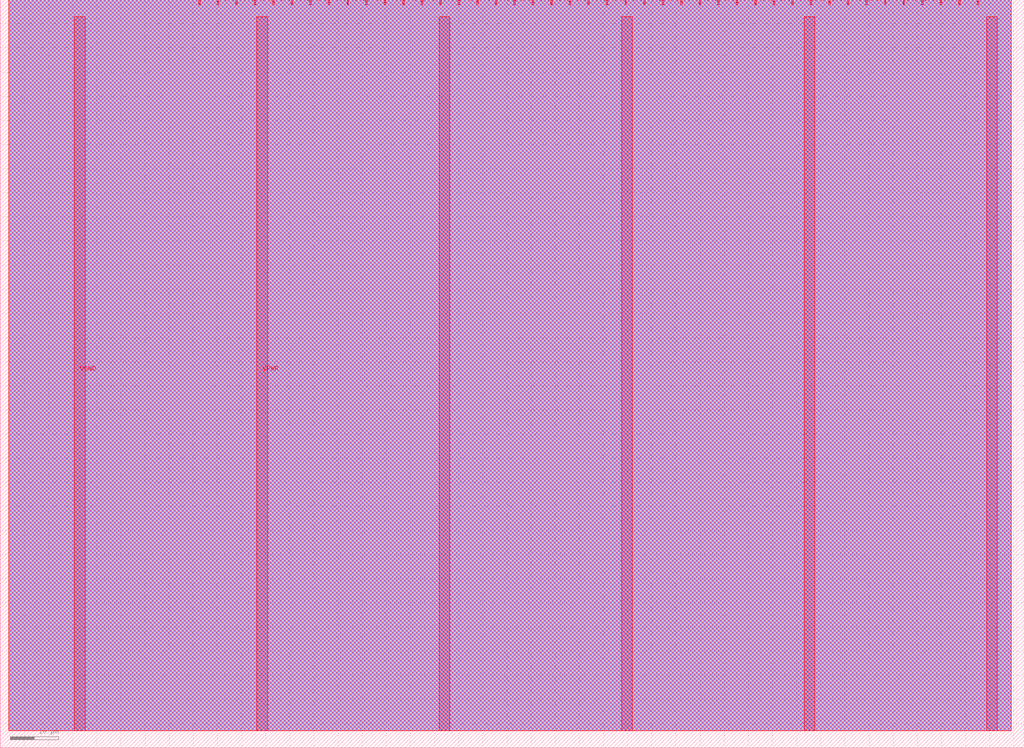
<source format=lef>
VERSION 5.8 ;
BUSBITCHARS "[]" ;
DIVIDERCHAR "/" ;
UNITS
    DATABASE MICRONS 1000 ;
END UNITS

VIA tt_um_top_mole99_via1_2_2200_440_1_5_410_410
  VIARULE via1Array ;
  CUTSIZE 0.19 0.19 ;
  LAYERS Metal1 Via1 Metal2 ;
  CUTSPACING 0.22 0.22 ;
  ENCLOSURE 0.01 0.125 0.05 0.005 ;
  ROWCOL 1 5 ;
END tt_um_top_mole99_via1_2_2200_440_1_5_410_410

VIA tt_um_top_mole99_via2_3_2200_440_1_5_410_410
  VIARULE via2Array ;
  CUTSIZE 0.19 0.19 ;
  LAYERS Metal2 Via2 Metal3 ;
  CUTSPACING 0.22 0.22 ;
  ENCLOSURE 0.05 0.005 0.005 0.05 ;
  ROWCOL 1 5 ;
END tt_um_top_mole99_via2_3_2200_440_1_5_410_410

VIA tt_um_top_mole99_via3_4_2200_440_1_5_410_410
  VIARULE via3Array ;
  CUTSIZE 0.19 0.19 ;
  LAYERS Metal3 Via3 Metal4 ;
  CUTSPACING 0.22 0.22 ;
  ENCLOSURE 0.005 0.05 0.05 0.005 ;
  ROWCOL 1 5 ;
END tt_um_top_mole99_via3_4_2200_440_1_5_410_410

VIA tt_um_top_mole99_via4_5_2200_440_1_5_410_410
  VIARULE via4Array ;
  CUTSIZE 0.19 0.19 ;
  LAYERS Metal4 Via4 Metal5 ;
  CUTSPACING 0.22 0.22 ;
  ENCLOSURE 0.05 0.005 0.185 0.05 ;
  ROWCOL 1 5 ;
END tt_um_top_mole99_via4_5_2200_440_1_5_410_410

MACRO tt_um_top_mole99
  FOREIGN tt_um_top_mole99 0 0 ;
  CLASS BLOCK ;
  SIZE 212.16 BY 154.98 ;
  PIN clk
    DIRECTION INPUT ;
    USE SIGNAL ;
    PORT
      LAYER Metal5 ;
        RECT  198.57 153.98 198.87 154.98 ;
    END
  END clk
  PIN ena
    DIRECTION INPUT ;
    USE SIGNAL ;
    PORT
      LAYER Metal5 ;
        RECT  202.41 153.98 202.71 154.98 ;
    END
  END ena
  PIN rst_n
    DIRECTION INPUT ;
    USE SIGNAL ;
    PORT
      LAYER Metal5 ;
        RECT  194.73 153.98 195.03 154.98 ;
    END
  END rst_n
  PIN ui_in[0]
    DIRECTION INPUT ;
    USE SIGNAL ;
    PORT
      LAYER Metal5 ;
        RECT  190.89 153.98 191.19 154.98 ;
    END
  END ui_in[0]
  PIN ui_in[1]
    DIRECTION INPUT ;
    USE SIGNAL ;
    PORT
      LAYER Metal5 ;
        RECT  187.05 153.98 187.35 154.98 ;
    END
  END ui_in[1]
  PIN ui_in[2]
    DIRECTION INPUT ;
    USE SIGNAL ;
    PORT
      LAYER Metal5 ;
        RECT  183.21 153.98 183.51 154.98 ;
    END
  END ui_in[2]
  PIN ui_in[3]
    DIRECTION INPUT ;
    USE SIGNAL ;
    PORT
      LAYER Metal5 ;
        RECT  179.37 153.98 179.67 154.98 ;
    END
  END ui_in[3]
  PIN ui_in[4]
    DIRECTION INPUT ;
    USE SIGNAL ;
    PORT
      LAYER Metal5 ;
        RECT  175.53 153.98 175.83 154.98 ;
    END
  END ui_in[4]
  PIN ui_in[5]
    DIRECTION INPUT ;
    USE SIGNAL ;
    PORT
      LAYER Metal5 ;
        RECT  171.69 153.98 171.99 154.98 ;
    END
  END ui_in[5]
  PIN ui_in[6]
    DIRECTION INPUT ;
    USE SIGNAL ;
    PORT
      LAYER Metal5 ;
        RECT  167.85 153.98 168.15 154.98 ;
    END
  END ui_in[6]
  PIN ui_in[7]
    DIRECTION INPUT ;
    USE SIGNAL ;
    PORT
      LAYER Metal5 ;
        RECT  164.01 153.98 164.31 154.98 ;
    END
  END ui_in[7]
  PIN uio_in[0]
    DIRECTION INPUT ;
    USE SIGNAL ;
    PORT
      LAYER Metal5 ;
        RECT  160.17 153.98 160.47 154.98 ;
    END
  END uio_in[0]
  PIN uio_in[1]
    DIRECTION INPUT ;
    USE SIGNAL ;
    PORT
      LAYER Metal5 ;
        RECT  156.33 153.98 156.63 154.98 ;
    END
  END uio_in[1]
  PIN uio_in[2]
    DIRECTION INPUT ;
    USE SIGNAL ;
    PORT
      LAYER Metal5 ;
        RECT  152.49 153.98 152.79 154.98 ;
    END
  END uio_in[2]
  PIN uio_in[3]
    DIRECTION INPUT ;
    USE SIGNAL ;
    PORT
      LAYER Metal5 ;
        RECT  148.65 153.98 148.95 154.98 ;
    END
  END uio_in[3]
  PIN uio_in[4]
    DIRECTION INPUT ;
    USE SIGNAL ;
    PORT
      LAYER Metal5 ;
        RECT  144.81 153.98 145.11 154.98 ;
    END
  END uio_in[4]
  PIN uio_in[5]
    DIRECTION INPUT ;
    USE SIGNAL ;
    PORT
      LAYER Metal5 ;
        RECT  140.97 153.98 141.27 154.98 ;
    END
  END uio_in[5]
  PIN uio_in[6]
    DIRECTION INPUT ;
    USE SIGNAL ;
    PORT
      LAYER Metal5 ;
        RECT  137.13 153.98 137.43 154.98 ;
    END
  END uio_in[6]
  PIN uio_in[7]
    DIRECTION INPUT ;
    USE SIGNAL ;
    PORT
      LAYER Metal5 ;
        RECT  133.29 153.98 133.59 154.98 ;
    END
  END uio_in[7]
  PIN uio_oe[0]
    DIRECTION OUTPUT ;
    USE SIGNAL ;
    PORT
      LAYER Metal5 ;
        RECT  68.01 153.98 68.31 154.98 ;
    END
  END uio_oe[0]
  PIN uio_oe[1]
    DIRECTION OUTPUT ;
    USE SIGNAL ;
    PORT
      LAYER Metal5 ;
        RECT  64.17 153.98 64.47 154.98 ;
    END
  END uio_oe[1]
  PIN uio_oe[2]
    DIRECTION OUTPUT ;
    USE SIGNAL ;
    PORT
      LAYER Metal5 ;
        RECT  60.33 153.98 60.63 154.98 ;
    END
  END uio_oe[2]
  PIN uio_oe[3]
    DIRECTION OUTPUT ;
    USE SIGNAL ;
    PORT
      LAYER Metal5 ;
        RECT  56.49 153.98 56.79 154.98 ;
    END
  END uio_oe[3]
  PIN uio_oe[4]
    DIRECTION OUTPUT ;
    USE SIGNAL ;
    PORT
      LAYER Metal5 ;
        RECT  52.65 153.98 52.95 154.98 ;
    END
  END uio_oe[4]
  PIN uio_oe[5]
    DIRECTION OUTPUT ;
    USE SIGNAL ;
    PORT
      LAYER Metal5 ;
        RECT  48.81 153.98 49.11 154.98 ;
    END
  END uio_oe[5]
  PIN uio_oe[6]
    DIRECTION OUTPUT ;
    USE SIGNAL ;
    PORT
      LAYER Metal5 ;
        RECT  44.97 153.98 45.27 154.98 ;
    END
  END uio_oe[6]
  PIN uio_oe[7]
    DIRECTION OUTPUT ;
    USE SIGNAL ;
    PORT
      LAYER Metal5 ;
        RECT  41.13 153.98 41.43 154.98 ;
    END
  END uio_oe[7]
  PIN uio_out[0]
    DIRECTION OUTPUT ;
    USE SIGNAL ;
    PORT
      LAYER Metal5 ;
        RECT  98.73 153.98 99.03 154.98 ;
    END
  END uio_out[0]
  PIN uio_out[1]
    DIRECTION OUTPUT ;
    USE SIGNAL ;
    PORT
      LAYER Metal5 ;
        RECT  94.89 153.98 95.19 154.98 ;
    END
  END uio_out[1]
  PIN uio_out[2]
    DIRECTION OUTPUT ;
    USE SIGNAL ;
    PORT
      LAYER Metal5 ;
        RECT  91.05 153.98 91.35 154.98 ;
    END
  END uio_out[2]
  PIN uio_out[3]
    DIRECTION OUTPUT ;
    USE SIGNAL ;
    PORT
      LAYER Metal5 ;
        RECT  87.21 153.98 87.51 154.98 ;
    END
  END uio_out[3]
  PIN uio_out[4]
    DIRECTION OUTPUT ;
    USE SIGNAL ;
    PORT
      LAYER Metal5 ;
        RECT  83.37 153.98 83.67 154.98 ;
    END
  END uio_out[4]
  PIN uio_out[5]
    DIRECTION OUTPUT ;
    USE SIGNAL ;
    PORT
      LAYER Metal5 ;
        RECT  79.53 153.98 79.83 154.98 ;
    END
  END uio_out[5]
  PIN uio_out[6]
    DIRECTION OUTPUT ;
    USE SIGNAL ;
    PORT
      LAYER Metal5 ;
        RECT  75.69 153.98 75.99 154.98 ;
    END
  END uio_out[6]
  PIN uio_out[7]
    DIRECTION OUTPUT ;
    USE SIGNAL ;
    PORT
      LAYER Metal5 ;
        RECT  71.85 153.98 72.15 154.98 ;
    END
  END uio_out[7]
  PIN uo_out[0]
    DIRECTION OUTPUT ;
    USE SIGNAL ;
    PORT
      LAYER Metal5 ;
        RECT  129.45 153.98 129.75 154.98 ;
    END
  END uo_out[0]
  PIN uo_out[1]
    DIRECTION OUTPUT ;
    USE SIGNAL ;
    PORT
      LAYER Metal5 ;
        RECT  125.61 153.98 125.91 154.98 ;
    END
  END uo_out[1]
  PIN uo_out[2]
    DIRECTION OUTPUT ;
    USE SIGNAL ;
    PORT
      LAYER Metal5 ;
        RECT  121.77 153.98 122.07 154.98 ;
    END
  END uo_out[2]
  PIN uo_out[3]
    DIRECTION OUTPUT ;
    USE SIGNAL ;
    PORT
      LAYER Metal5 ;
        RECT  117.93 153.98 118.23 154.98 ;
    END
  END uo_out[3]
  PIN uo_out[4]
    DIRECTION OUTPUT ;
    USE SIGNAL ;
    PORT
      LAYER Metal5 ;
        RECT  114.09 153.98 114.39 154.98 ;
    END
  END uo_out[4]
  PIN uo_out[5]
    DIRECTION OUTPUT ;
    USE SIGNAL ;
    PORT
      LAYER Metal5 ;
        RECT  110.25 153.98 110.55 154.98 ;
    END
  END uo_out[5]
  PIN uo_out[6]
    DIRECTION OUTPUT ;
    USE SIGNAL ;
    PORT
      LAYER Metal5 ;
        RECT  106.41 153.98 106.71 154.98 ;
    END
  END uo_out[6]
  PIN uo_out[7]
    DIRECTION OUTPUT ;
    USE SIGNAL ;
    PORT
      LAYER Metal5 ;
        RECT  102.57 153.98 102.87 154.98 ;
    END
  END uo_out[7]
  PIN VGND
    DIRECTION INOUT ;
    USE GROUND ;
    PORT
      LAYER Metal5 ;
        RECT  166.58 3.56 168.78 151.42 ;
        RECT  90.98 3.56 93.18 151.42 ;
        RECT  15.38 3.56 17.58 151.42 ;
    END
  END VGND
  PIN VPWR
    DIRECTION INOUT ;
    USE POWER ;
    PORT
      LAYER Metal5 ;
        RECT  204.38 3.56 206.58 151.42 ;
        RECT  128.78 3.56 130.98 151.42 ;
        RECT  53.18 3.56 55.38 151.42 ;
    END
  END VPWR
  OBS
    LAYER Metal1 ;
     RECT  1.775 3.56 209.425 154.98 ;
    LAYER Metal2 ;
     RECT  1.775 3.56 209.425 154.98 ;
    LAYER Metal3 ;
     RECT  1.775 3.56 209.425 154.98 ;
    LAYER Metal4 ;
     RECT  1.775 3.56 209.425 154.98 ;
    LAYER Metal5 ;
     RECT  1.775 3.56 209.425 154.98 ;
  END
END tt_um_top_mole99
END LIBRARY

</source>
